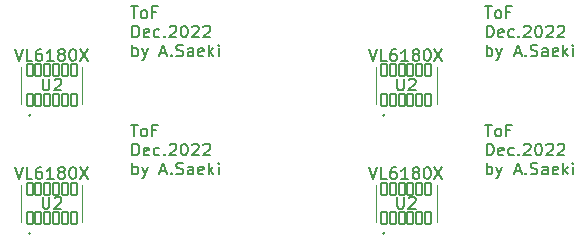
<source format=gto>
%TF.GenerationSoftware,KiCad,Pcbnew,(6.0.1)*%
%TF.CreationDate,2022-12-02T01:02:59+09:00*%
%TF.ProjectId,VL6180ToF,564c3631-3830-4546-9f46-2e6b69636164,rev?*%
%TF.SameCoordinates,Original*%
%TF.FileFunction,Legend,Top*%
%TF.FilePolarity,Positive*%
%FSLAX46Y46*%
G04 Gerber Fmt 4.6, Leading zero omitted, Abs format (unit mm)*
G04 Created by KiCad (PCBNEW (6.0.1)) date 2022-12-02 01:02:59*
%MOMM*%
%LPD*%
G01*
G04 APERTURE LIST*
G04 Aperture macros list*
%AMRoundRect*
0 Rectangle with rounded corners*
0 $1 Rounding radius*
0 $2 $3 $4 $5 $6 $7 $8 $9 X,Y pos of 4 corners*
0 Add a 4 corners polygon primitive as box body*
4,1,4,$2,$3,$4,$5,$6,$7,$8,$9,$2,$3,0*
0 Add four circle primitives for the rounded corners*
1,1,$1+$1,$2,$3*
1,1,$1+$1,$4,$5*
1,1,$1+$1,$6,$7*
1,1,$1+$1,$8,$9*
0 Add four rect primitives between the rounded corners*
20,1,$1+$1,$2,$3,$4,$5,0*
20,1,$1+$1,$4,$5,$6,$7,0*
20,1,$1+$1,$6,$7,$8,$9,0*
20,1,$1+$1,$8,$9,$2,$3,0*%
G04 Aperture macros list end*
%ADD10C,0.150000*%
%ADD11C,0.120000*%
%ADD12RoundRect,0.050000X0.254400X-0.505599X0.254400X0.505599X-0.254400X0.505599X-0.254400X-0.505599X0*%
G04 APERTURE END LIST*
D10*
X166692738Y-110842380D02*
X167264166Y-110842380D01*
X166978452Y-111842380D02*
X166978452Y-110842380D01*
X167740357Y-111842380D02*
X167645119Y-111794761D01*
X167597500Y-111747142D01*
X167549880Y-111651904D01*
X167549880Y-111366190D01*
X167597500Y-111270952D01*
X167645119Y-111223333D01*
X167740357Y-111175714D01*
X167883214Y-111175714D01*
X167978452Y-111223333D01*
X168026071Y-111270952D01*
X168073690Y-111366190D01*
X168073690Y-111651904D01*
X168026071Y-111747142D01*
X167978452Y-111794761D01*
X167883214Y-111842380D01*
X167740357Y-111842380D01*
X168835595Y-111318571D02*
X168502261Y-111318571D01*
X168502261Y-111842380D02*
X168502261Y-110842380D01*
X168978452Y-110842380D01*
X166835595Y-113452380D02*
X166835595Y-112452380D01*
X167073690Y-112452380D01*
X167216547Y-112500000D01*
X167311785Y-112595238D01*
X167359404Y-112690476D01*
X167407023Y-112880952D01*
X167407023Y-113023809D01*
X167359404Y-113214285D01*
X167311785Y-113309523D01*
X167216547Y-113404761D01*
X167073690Y-113452380D01*
X166835595Y-113452380D01*
X168216547Y-113404761D02*
X168121309Y-113452380D01*
X167930833Y-113452380D01*
X167835595Y-113404761D01*
X167787976Y-113309523D01*
X167787976Y-112928571D01*
X167835595Y-112833333D01*
X167930833Y-112785714D01*
X168121309Y-112785714D01*
X168216547Y-112833333D01*
X168264166Y-112928571D01*
X168264166Y-113023809D01*
X167787976Y-113119047D01*
X169121309Y-113404761D02*
X169026071Y-113452380D01*
X168835595Y-113452380D01*
X168740357Y-113404761D01*
X168692738Y-113357142D01*
X168645119Y-113261904D01*
X168645119Y-112976190D01*
X168692738Y-112880952D01*
X168740357Y-112833333D01*
X168835595Y-112785714D01*
X169026071Y-112785714D01*
X169121309Y-112833333D01*
X169549880Y-113357142D02*
X169597500Y-113404761D01*
X169549880Y-113452380D01*
X169502261Y-113404761D01*
X169549880Y-113357142D01*
X169549880Y-113452380D01*
X169978452Y-112547619D02*
X170026071Y-112500000D01*
X170121309Y-112452380D01*
X170359404Y-112452380D01*
X170454642Y-112500000D01*
X170502261Y-112547619D01*
X170549880Y-112642857D01*
X170549880Y-112738095D01*
X170502261Y-112880952D01*
X169930833Y-113452380D01*
X170549880Y-113452380D01*
X171168928Y-112452380D02*
X171264166Y-112452380D01*
X171359404Y-112500000D01*
X171407023Y-112547619D01*
X171454642Y-112642857D01*
X171502261Y-112833333D01*
X171502261Y-113071428D01*
X171454642Y-113261904D01*
X171407023Y-113357142D01*
X171359404Y-113404761D01*
X171264166Y-113452380D01*
X171168928Y-113452380D01*
X171073690Y-113404761D01*
X171026071Y-113357142D01*
X170978452Y-113261904D01*
X170930833Y-113071428D01*
X170930833Y-112833333D01*
X170978452Y-112642857D01*
X171026071Y-112547619D01*
X171073690Y-112500000D01*
X171168928Y-112452380D01*
X171883214Y-112547619D02*
X171930833Y-112500000D01*
X172026071Y-112452380D01*
X172264166Y-112452380D01*
X172359404Y-112500000D01*
X172407023Y-112547619D01*
X172454642Y-112642857D01*
X172454642Y-112738095D01*
X172407023Y-112880952D01*
X171835595Y-113452380D01*
X172454642Y-113452380D01*
X172835595Y-112547619D02*
X172883214Y-112500000D01*
X172978452Y-112452380D01*
X173216547Y-112452380D01*
X173311785Y-112500000D01*
X173359404Y-112547619D01*
X173407023Y-112642857D01*
X173407023Y-112738095D01*
X173359404Y-112880952D01*
X172787976Y-113452380D01*
X173407023Y-113452380D01*
X166835595Y-115062380D02*
X166835595Y-114062380D01*
X166835595Y-114443333D02*
X166930833Y-114395714D01*
X167121309Y-114395714D01*
X167216547Y-114443333D01*
X167264166Y-114490952D01*
X167311785Y-114586190D01*
X167311785Y-114871904D01*
X167264166Y-114967142D01*
X167216547Y-115014761D01*
X167121309Y-115062380D01*
X166930833Y-115062380D01*
X166835595Y-115014761D01*
X167645119Y-114395714D02*
X167883214Y-115062380D01*
X168121309Y-114395714D02*
X167883214Y-115062380D01*
X167787976Y-115300476D01*
X167740357Y-115348095D01*
X167645119Y-115395714D01*
X169216547Y-114776666D02*
X169692738Y-114776666D01*
X169121309Y-115062380D02*
X169454642Y-114062380D01*
X169787976Y-115062380D01*
X170121309Y-114967142D02*
X170168928Y-115014761D01*
X170121309Y-115062380D01*
X170073690Y-115014761D01*
X170121309Y-114967142D01*
X170121309Y-115062380D01*
X170549880Y-115014761D02*
X170692738Y-115062380D01*
X170930833Y-115062380D01*
X171026071Y-115014761D01*
X171073690Y-114967142D01*
X171121309Y-114871904D01*
X171121309Y-114776666D01*
X171073690Y-114681428D01*
X171026071Y-114633809D01*
X170930833Y-114586190D01*
X170740357Y-114538571D01*
X170645119Y-114490952D01*
X170597500Y-114443333D01*
X170549880Y-114348095D01*
X170549880Y-114252857D01*
X170597500Y-114157619D01*
X170645119Y-114110000D01*
X170740357Y-114062380D01*
X170978452Y-114062380D01*
X171121309Y-114110000D01*
X171978452Y-115062380D02*
X171978452Y-114538571D01*
X171930833Y-114443333D01*
X171835595Y-114395714D01*
X171645119Y-114395714D01*
X171549880Y-114443333D01*
X171978452Y-115014761D02*
X171883214Y-115062380D01*
X171645119Y-115062380D01*
X171549880Y-115014761D01*
X171502261Y-114919523D01*
X171502261Y-114824285D01*
X171549880Y-114729047D01*
X171645119Y-114681428D01*
X171883214Y-114681428D01*
X171978452Y-114633809D01*
X172835595Y-115014761D02*
X172740357Y-115062380D01*
X172549880Y-115062380D01*
X172454642Y-115014761D01*
X172407023Y-114919523D01*
X172407023Y-114538571D01*
X172454642Y-114443333D01*
X172549880Y-114395714D01*
X172740357Y-114395714D01*
X172835595Y-114443333D01*
X172883214Y-114538571D01*
X172883214Y-114633809D01*
X172407023Y-114729047D01*
X173311785Y-115062380D02*
X173311785Y-114062380D01*
X173407023Y-114681428D02*
X173692738Y-115062380D01*
X173692738Y-114395714D02*
X173311785Y-114776666D01*
X174121309Y-115062380D02*
X174121309Y-114395714D01*
X174121309Y-114062380D02*
X174073690Y-114110000D01*
X174121309Y-114157619D01*
X174168928Y-114110000D01*
X174121309Y-114062380D01*
X174121309Y-114157619D01*
X166692738Y-100842380D02*
X167264166Y-100842380D01*
X166978452Y-101842380D02*
X166978452Y-100842380D01*
X167740357Y-101842380D02*
X167645119Y-101794761D01*
X167597500Y-101747142D01*
X167549880Y-101651904D01*
X167549880Y-101366190D01*
X167597500Y-101270952D01*
X167645119Y-101223333D01*
X167740357Y-101175714D01*
X167883214Y-101175714D01*
X167978452Y-101223333D01*
X168026071Y-101270952D01*
X168073690Y-101366190D01*
X168073690Y-101651904D01*
X168026071Y-101747142D01*
X167978452Y-101794761D01*
X167883214Y-101842380D01*
X167740357Y-101842380D01*
X168835595Y-101318571D02*
X168502261Y-101318571D01*
X168502261Y-101842380D02*
X168502261Y-100842380D01*
X168978452Y-100842380D01*
X166835595Y-103452380D02*
X166835595Y-102452380D01*
X167073690Y-102452380D01*
X167216547Y-102500000D01*
X167311785Y-102595238D01*
X167359404Y-102690476D01*
X167407023Y-102880952D01*
X167407023Y-103023809D01*
X167359404Y-103214285D01*
X167311785Y-103309523D01*
X167216547Y-103404761D01*
X167073690Y-103452380D01*
X166835595Y-103452380D01*
X168216547Y-103404761D02*
X168121309Y-103452380D01*
X167930833Y-103452380D01*
X167835595Y-103404761D01*
X167787976Y-103309523D01*
X167787976Y-102928571D01*
X167835595Y-102833333D01*
X167930833Y-102785714D01*
X168121309Y-102785714D01*
X168216547Y-102833333D01*
X168264166Y-102928571D01*
X168264166Y-103023809D01*
X167787976Y-103119047D01*
X169121309Y-103404761D02*
X169026071Y-103452380D01*
X168835595Y-103452380D01*
X168740357Y-103404761D01*
X168692738Y-103357142D01*
X168645119Y-103261904D01*
X168645119Y-102976190D01*
X168692738Y-102880952D01*
X168740357Y-102833333D01*
X168835595Y-102785714D01*
X169026071Y-102785714D01*
X169121309Y-102833333D01*
X169549880Y-103357142D02*
X169597500Y-103404761D01*
X169549880Y-103452380D01*
X169502261Y-103404761D01*
X169549880Y-103357142D01*
X169549880Y-103452380D01*
X169978452Y-102547619D02*
X170026071Y-102500000D01*
X170121309Y-102452380D01*
X170359404Y-102452380D01*
X170454642Y-102500000D01*
X170502261Y-102547619D01*
X170549880Y-102642857D01*
X170549880Y-102738095D01*
X170502261Y-102880952D01*
X169930833Y-103452380D01*
X170549880Y-103452380D01*
X171168928Y-102452380D02*
X171264166Y-102452380D01*
X171359404Y-102500000D01*
X171407023Y-102547619D01*
X171454642Y-102642857D01*
X171502261Y-102833333D01*
X171502261Y-103071428D01*
X171454642Y-103261904D01*
X171407023Y-103357142D01*
X171359404Y-103404761D01*
X171264166Y-103452380D01*
X171168928Y-103452380D01*
X171073690Y-103404761D01*
X171026071Y-103357142D01*
X170978452Y-103261904D01*
X170930833Y-103071428D01*
X170930833Y-102833333D01*
X170978452Y-102642857D01*
X171026071Y-102547619D01*
X171073690Y-102500000D01*
X171168928Y-102452380D01*
X171883214Y-102547619D02*
X171930833Y-102500000D01*
X172026071Y-102452380D01*
X172264166Y-102452380D01*
X172359404Y-102500000D01*
X172407023Y-102547619D01*
X172454642Y-102642857D01*
X172454642Y-102738095D01*
X172407023Y-102880952D01*
X171835595Y-103452380D01*
X172454642Y-103452380D01*
X172835595Y-102547619D02*
X172883214Y-102500000D01*
X172978452Y-102452380D01*
X173216547Y-102452380D01*
X173311785Y-102500000D01*
X173359404Y-102547619D01*
X173407023Y-102642857D01*
X173407023Y-102738095D01*
X173359404Y-102880952D01*
X172787976Y-103452380D01*
X173407023Y-103452380D01*
X166835595Y-105062380D02*
X166835595Y-104062380D01*
X166835595Y-104443333D02*
X166930833Y-104395714D01*
X167121309Y-104395714D01*
X167216547Y-104443333D01*
X167264166Y-104490952D01*
X167311785Y-104586190D01*
X167311785Y-104871904D01*
X167264166Y-104967142D01*
X167216547Y-105014761D01*
X167121309Y-105062380D01*
X166930833Y-105062380D01*
X166835595Y-105014761D01*
X167645119Y-104395714D02*
X167883214Y-105062380D01*
X168121309Y-104395714D02*
X167883214Y-105062380D01*
X167787976Y-105300476D01*
X167740357Y-105348095D01*
X167645119Y-105395714D01*
X169216547Y-104776666D02*
X169692738Y-104776666D01*
X169121309Y-105062380D02*
X169454642Y-104062380D01*
X169787976Y-105062380D01*
X170121309Y-104967142D02*
X170168928Y-105014761D01*
X170121309Y-105062380D01*
X170073690Y-105014761D01*
X170121309Y-104967142D01*
X170121309Y-105062380D01*
X170549880Y-105014761D02*
X170692738Y-105062380D01*
X170930833Y-105062380D01*
X171026071Y-105014761D01*
X171073690Y-104967142D01*
X171121309Y-104871904D01*
X171121309Y-104776666D01*
X171073690Y-104681428D01*
X171026071Y-104633809D01*
X170930833Y-104586190D01*
X170740357Y-104538571D01*
X170645119Y-104490952D01*
X170597500Y-104443333D01*
X170549880Y-104348095D01*
X170549880Y-104252857D01*
X170597500Y-104157619D01*
X170645119Y-104110000D01*
X170740357Y-104062380D01*
X170978452Y-104062380D01*
X171121309Y-104110000D01*
X171978452Y-105062380D02*
X171978452Y-104538571D01*
X171930833Y-104443333D01*
X171835595Y-104395714D01*
X171645119Y-104395714D01*
X171549880Y-104443333D01*
X171978452Y-105014761D02*
X171883214Y-105062380D01*
X171645119Y-105062380D01*
X171549880Y-105014761D01*
X171502261Y-104919523D01*
X171502261Y-104824285D01*
X171549880Y-104729047D01*
X171645119Y-104681428D01*
X171883214Y-104681428D01*
X171978452Y-104633809D01*
X172835595Y-105014761D02*
X172740357Y-105062380D01*
X172549880Y-105062380D01*
X172454642Y-105014761D01*
X172407023Y-104919523D01*
X172407023Y-104538571D01*
X172454642Y-104443333D01*
X172549880Y-104395714D01*
X172740357Y-104395714D01*
X172835595Y-104443333D01*
X172883214Y-104538571D01*
X172883214Y-104633809D01*
X172407023Y-104729047D01*
X173311785Y-105062380D02*
X173311785Y-104062380D01*
X173407023Y-104681428D02*
X173692738Y-105062380D01*
X173692738Y-104395714D02*
X173311785Y-104776666D01*
X174121309Y-105062380D02*
X174121309Y-104395714D01*
X174121309Y-104062380D02*
X174073690Y-104110000D01*
X174121309Y-104157619D01*
X174168928Y-104110000D01*
X174121309Y-104062380D01*
X174121309Y-104157619D01*
X136692738Y-110842380D02*
X137264166Y-110842380D01*
X136978452Y-111842380D02*
X136978452Y-110842380D01*
X137740357Y-111842380D02*
X137645119Y-111794761D01*
X137597500Y-111747142D01*
X137549880Y-111651904D01*
X137549880Y-111366190D01*
X137597500Y-111270952D01*
X137645119Y-111223333D01*
X137740357Y-111175714D01*
X137883214Y-111175714D01*
X137978452Y-111223333D01*
X138026071Y-111270952D01*
X138073690Y-111366190D01*
X138073690Y-111651904D01*
X138026071Y-111747142D01*
X137978452Y-111794761D01*
X137883214Y-111842380D01*
X137740357Y-111842380D01*
X138835595Y-111318571D02*
X138502261Y-111318571D01*
X138502261Y-111842380D02*
X138502261Y-110842380D01*
X138978452Y-110842380D01*
X136835595Y-113452380D02*
X136835595Y-112452380D01*
X137073690Y-112452380D01*
X137216547Y-112500000D01*
X137311785Y-112595238D01*
X137359404Y-112690476D01*
X137407023Y-112880952D01*
X137407023Y-113023809D01*
X137359404Y-113214285D01*
X137311785Y-113309523D01*
X137216547Y-113404761D01*
X137073690Y-113452380D01*
X136835595Y-113452380D01*
X138216547Y-113404761D02*
X138121309Y-113452380D01*
X137930833Y-113452380D01*
X137835595Y-113404761D01*
X137787976Y-113309523D01*
X137787976Y-112928571D01*
X137835595Y-112833333D01*
X137930833Y-112785714D01*
X138121309Y-112785714D01*
X138216547Y-112833333D01*
X138264166Y-112928571D01*
X138264166Y-113023809D01*
X137787976Y-113119047D01*
X139121309Y-113404761D02*
X139026071Y-113452380D01*
X138835595Y-113452380D01*
X138740357Y-113404761D01*
X138692738Y-113357142D01*
X138645119Y-113261904D01*
X138645119Y-112976190D01*
X138692738Y-112880952D01*
X138740357Y-112833333D01*
X138835595Y-112785714D01*
X139026071Y-112785714D01*
X139121309Y-112833333D01*
X139549880Y-113357142D02*
X139597500Y-113404761D01*
X139549880Y-113452380D01*
X139502261Y-113404761D01*
X139549880Y-113357142D01*
X139549880Y-113452380D01*
X139978452Y-112547619D02*
X140026071Y-112500000D01*
X140121309Y-112452380D01*
X140359404Y-112452380D01*
X140454642Y-112500000D01*
X140502261Y-112547619D01*
X140549880Y-112642857D01*
X140549880Y-112738095D01*
X140502261Y-112880952D01*
X139930833Y-113452380D01*
X140549880Y-113452380D01*
X141168928Y-112452380D02*
X141264166Y-112452380D01*
X141359404Y-112500000D01*
X141407023Y-112547619D01*
X141454642Y-112642857D01*
X141502261Y-112833333D01*
X141502261Y-113071428D01*
X141454642Y-113261904D01*
X141407023Y-113357142D01*
X141359404Y-113404761D01*
X141264166Y-113452380D01*
X141168928Y-113452380D01*
X141073690Y-113404761D01*
X141026071Y-113357142D01*
X140978452Y-113261904D01*
X140930833Y-113071428D01*
X140930833Y-112833333D01*
X140978452Y-112642857D01*
X141026071Y-112547619D01*
X141073690Y-112500000D01*
X141168928Y-112452380D01*
X141883214Y-112547619D02*
X141930833Y-112500000D01*
X142026071Y-112452380D01*
X142264166Y-112452380D01*
X142359404Y-112500000D01*
X142407023Y-112547619D01*
X142454642Y-112642857D01*
X142454642Y-112738095D01*
X142407023Y-112880952D01*
X141835595Y-113452380D01*
X142454642Y-113452380D01*
X142835595Y-112547619D02*
X142883214Y-112500000D01*
X142978452Y-112452380D01*
X143216547Y-112452380D01*
X143311785Y-112500000D01*
X143359404Y-112547619D01*
X143407023Y-112642857D01*
X143407023Y-112738095D01*
X143359404Y-112880952D01*
X142787976Y-113452380D01*
X143407023Y-113452380D01*
X136835595Y-115062380D02*
X136835595Y-114062380D01*
X136835595Y-114443333D02*
X136930833Y-114395714D01*
X137121309Y-114395714D01*
X137216547Y-114443333D01*
X137264166Y-114490952D01*
X137311785Y-114586190D01*
X137311785Y-114871904D01*
X137264166Y-114967142D01*
X137216547Y-115014761D01*
X137121309Y-115062380D01*
X136930833Y-115062380D01*
X136835595Y-115014761D01*
X137645119Y-114395714D02*
X137883214Y-115062380D01*
X138121309Y-114395714D02*
X137883214Y-115062380D01*
X137787976Y-115300476D01*
X137740357Y-115348095D01*
X137645119Y-115395714D01*
X139216547Y-114776666D02*
X139692738Y-114776666D01*
X139121309Y-115062380D02*
X139454642Y-114062380D01*
X139787976Y-115062380D01*
X140121309Y-114967142D02*
X140168928Y-115014761D01*
X140121309Y-115062380D01*
X140073690Y-115014761D01*
X140121309Y-114967142D01*
X140121309Y-115062380D01*
X140549880Y-115014761D02*
X140692738Y-115062380D01*
X140930833Y-115062380D01*
X141026071Y-115014761D01*
X141073690Y-114967142D01*
X141121309Y-114871904D01*
X141121309Y-114776666D01*
X141073690Y-114681428D01*
X141026071Y-114633809D01*
X140930833Y-114586190D01*
X140740357Y-114538571D01*
X140645119Y-114490952D01*
X140597500Y-114443333D01*
X140549880Y-114348095D01*
X140549880Y-114252857D01*
X140597500Y-114157619D01*
X140645119Y-114110000D01*
X140740357Y-114062380D01*
X140978452Y-114062380D01*
X141121309Y-114110000D01*
X141978452Y-115062380D02*
X141978452Y-114538571D01*
X141930833Y-114443333D01*
X141835595Y-114395714D01*
X141645119Y-114395714D01*
X141549880Y-114443333D01*
X141978452Y-115014761D02*
X141883214Y-115062380D01*
X141645119Y-115062380D01*
X141549880Y-115014761D01*
X141502261Y-114919523D01*
X141502261Y-114824285D01*
X141549880Y-114729047D01*
X141645119Y-114681428D01*
X141883214Y-114681428D01*
X141978452Y-114633809D01*
X142835595Y-115014761D02*
X142740357Y-115062380D01*
X142549880Y-115062380D01*
X142454642Y-115014761D01*
X142407023Y-114919523D01*
X142407023Y-114538571D01*
X142454642Y-114443333D01*
X142549880Y-114395714D01*
X142740357Y-114395714D01*
X142835595Y-114443333D01*
X142883214Y-114538571D01*
X142883214Y-114633809D01*
X142407023Y-114729047D01*
X143311785Y-115062380D02*
X143311785Y-114062380D01*
X143407023Y-114681428D02*
X143692738Y-115062380D01*
X143692738Y-114395714D02*
X143311785Y-114776666D01*
X144121309Y-115062380D02*
X144121309Y-114395714D01*
X144121309Y-114062380D02*
X144073690Y-114110000D01*
X144121309Y-114157619D01*
X144168928Y-114110000D01*
X144121309Y-114062380D01*
X144121309Y-114157619D01*
X136692738Y-100842380D02*
X137264166Y-100842380D01*
X136978452Y-101842380D02*
X136978452Y-100842380D01*
X137740357Y-101842380D02*
X137645119Y-101794761D01*
X137597500Y-101747142D01*
X137549880Y-101651904D01*
X137549880Y-101366190D01*
X137597500Y-101270952D01*
X137645119Y-101223333D01*
X137740357Y-101175714D01*
X137883214Y-101175714D01*
X137978452Y-101223333D01*
X138026071Y-101270952D01*
X138073690Y-101366190D01*
X138073690Y-101651904D01*
X138026071Y-101747142D01*
X137978452Y-101794761D01*
X137883214Y-101842380D01*
X137740357Y-101842380D01*
X138835595Y-101318571D02*
X138502261Y-101318571D01*
X138502261Y-101842380D02*
X138502261Y-100842380D01*
X138978452Y-100842380D01*
X136835595Y-103452380D02*
X136835595Y-102452380D01*
X137073690Y-102452380D01*
X137216547Y-102500000D01*
X137311785Y-102595238D01*
X137359404Y-102690476D01*
X137407023Y-102880952D01*
X137407023Y-103023809D01*
X137359404Y-103214285D01*
X137311785Y-103309523D01*
X137216547Y-103404761D01*
X137073690Y-103452380D01*
X136835595Y-103452380D01*
X138216547Y-103404761D02*
X138121309Y-103452380D01*
X137930833Y-103452380D01*
X137835595Y-103404761D01*
X137787976Y-103309523D01*
X137787976Y-102928571D01*
X137835595Y-102833333D01*
X137930833Y-102785714D01*
X138121309Y-102785714D01*
X138216547Y-102833333D01*
X138264166Y-102928571D01*
X138264166Y-103023809D01*
X137787976Y-103119047D01*
X139121309Y-103404761D02*
X139026071Y-103452380D01*
X138835595Y-103452380D01*
X138740357Y-103404761D01*
X138692738Y-103357142D01*
X138645119Y-103261904D01*
X138645119Y-102976190D01*
X138692738Y-102880952D01*
X138740357Y-102833333D01*
X138835595Y-102785714D01*
X139026071Y-102785714D01*
X139121309Y-102833333D01*
X139549880Y-103357142D02*
X139597500Y-103404761D01*
X139549880Y-103452380D01*
X139502261Y-103404761D01*
X139549880Y-103357142D01*
X139549880Y-103452380D01*
X139978452Y-102547619D02*
X140026071Y-102500000D01*
X140121309Y-102452380D01*
X140359404Y-102452380D01*
X140454642Y-102500000D01*
X140502261Y-102547619D01*
X140549880Y-102642857D01*
X140549880Y-102738095D01*
X140502261Y-102880952D01*
X139930833Y-103452380D01*
X140549880Y-103452380D01*
X141168928Y-102452380D02*
X141264166Y-102452380D01*
X141359404Y-102500000D01*
X141407023Y-102547619D01*
X141454642Y-102642857D01*
X141502261Y-102833333D01*
X141502261Y-103071428D01*
X141454642Y-103261904D01*
X141407023Y-103357142D01*
X141359404Y-103404761D01*
X141264166Y-103452380D01*
X141168928Y-103452380D01*
X141073690Y-103404761D01*
X141026071Y-103357142D01*
X140978452Y-103261904D01*
X140930833Y-103071428D01*
X140930833Y-102833333D01*
X140978452Y-102642857D01*
X141026071Y-102547619D01*
X141073690Y-102500000D01*
X141168928Y-102452380D01*
X141883214Y-102547619D02*
X141930833Y-102500000D01*
X142026071Y-102452380D01*
X142264166Y-102452380D01*
X142359404Y-102500000D01*
X142407023Y-102547619D01*
X142454642Y-102642857D01*
X142454642Y-102738095D01*
X142407023Y-102880952D01*
X141835595Y-103452380D01*
X142454642Y-103452380D01*
X142835595Y-102547619D02*
X142883214Y-102500000D01*
X142978452Y-102452380D01*
X143216547Y-102452380D01*
X143311785Y-102500000D01*
X143359404Y-102547619D01*
X143407023Y-102642857D01*
X143407023Y-102738095D01*
X143359404Y-102880952D01*
X142787976Y-103452380D01*
X143407023Y-103452380D01*
X136835595Y-105062380D02*
X136835595Y-104062380D01*
X136835595Y-104443333D02*
X136930833Y-104395714D01*
X137121309Y-104395714D01*
X137216547Y-104443333D01*
X137264166Y-104490952D01*
X137311785Y-104586190D01*
X137311785Y-104871904D01*
X137264166Y-104967142D01*
X137216547Y-105014761D01*
X137121309Y-105062380D01*
X136930833Y-105062380D01*
X136835595Y-105014761D01*
X137645119Y-104395714D02*
X137883214Y-105062380D01*
X138121309Y-104395714D02*
X137883214Y-105062380D01*
X137787976Y-105300476D01*
X137740357Y-105348095D01*
X137645119Y-105395714D01*
X139216547Y-104776666D02*
X139692738Y-104776666D01*
X139121309Y-105062380D02*
X139454642Y-104062380D01*
X139787976Y-105062380D01*
X140121309Y-104967142D02*
X140168928Y-105014761D01*
X140121309Y-105062380D01*
X140073690Y-105014761D01*
X140121309Y-104967142D01*
X140121309Y-105062380D01*
X140549880Y-105014761D02*
X140692738Y-105062380D01*
X140930833Y-105062380D01*
X141026071Y-105014761D01*
X141073690Y-104967142D01*
X141121309Y-104871904D01*
X141121309Y-104776666D01*
X141073690Y-104681428D01*
X141026071Y-104633809D01*
X140930833Y-104586190D01*
X140740357Y-104538571D01*
X140645119Y-104490952D01*
X140597500Y-104443333D01*
X140549880Y-104348095D01*
X140549880Y-104252857D01*
X140597500Y-104157619D01*
X140645119Y-104110000D01*
X140740357Y-104062380D01*
X140978452Y-104062380D01*
X141121309Y-104110000D01*
X141978452Y-105062380D02*
X141978452Y-104538571D01*
X141930833Y-104443333D01*
X141835595Y-104395714D01*
X141645119Y-104395714D01*
X141549880Y-104443333D01*
X141978452Y-105014761D02*
X141883214Y-105062380D01*
X141645119Y-105062380D01*
X141549880Y-105014761D01*
X141502261Y-104919523D01*
X141502261Y-104824285D01*
X141549880Y-104729047D01*
X141645119Y-104681428D01*
X141883214Y-104681428D01*
X141978452Y-104633809D01*
X142835595Y-105014761D02*
X142740357Y-105062380D01*
X142549880Y-105062380D01*
X142454642Y-105014761D01*
X142407023Y-104919523D01*
X142407023Y-104538571D01*
X142454642Y-104443333D01*
X142549880Y-104395714D01*
X142740357Y-104395714D01*
X142835595Y-104443333D01*
X142883214Y-104538571D01*
X142883214Y-104633809D01*
X142407023Y-104729047D01*
X143311785Y-105062380D02*
X143311785Y-104062380D01*
X143407023Y-104681428D02*
X143692738Y-105062380D01*
X143692738Y-104395714D02*
X143311785Y-104776666D01*
X144121309Y-105062380D02*
X144121309Y-104395714D01*
X144121309Y-104062380D02*
X144073690Y-104110000D01*
X144121309Y-104157619D01*
X144168928Y-104110000D01*
X144121309Y-104062380D01*
X144121309Y-104157619D01*
%TO.C,U2*%
X129238095Y-106952380D02*
X129238095Y-107761904D01*
X129285714Y-107857142D01*
X129333333Y-107904761D01*
X129428571Y-107952380D01*
X129619047Y-107952380D01*
X129714285Y-107904761D01*
X129761904Y-107857142D01*
X129809523Y-107761904D01*
X129809523Y-106952380D01*
X130238095Y-107047619D02*
X130285714Y-107000000D01*
X130380952Y-106952380D01*
X130619047Y-106952380D01*
X130714285Y-107000000D01*
X130761904Y-107047619D01*
X130809523Y-107142857D01*
X130809523Y-107238095D01*
X130761904Y-107380952D01*
X130190476Y-107952380D01*
X130809523Y-107952380D01*
X126880952Y-104452380D02*
X127214285Y-105452380D01*
X127547619Y-104452380D01*
X128357142Y-105452380D02*
X127880952Y-105452380D01*
X127880952Y-104452380D01*
X129119047Y-104452380D02*
X128928571Y-104452380D01*
X128833333Y-104500000D01*
X128785714Y-104547619D01*
X128690476Y-104690476D01*
X128642857Y-104880952D01*
X128642857Y-105261904D01*
X128690476Y-105357142D01*
X128738095Y-105404761D01*
X128833333Y-105452380D01*
X129023809Y-105452380D01*
X129119047Y-105404761D01*
X129166666Y-105357142D01*
X129214285Y-105261904D01*
X129214285Y-105023809D01*
X129166666Y-104928571D01*
X129119047Y-104880952D01*
X129023809Y-104833333D01*
X128833333Y-104833333D01*
X128738095Y-104880952D01*
X128690476Y-104928571D01*
X128642857Y-105023809D01*
X130166666Y-105452380D02*
X129595238Y-105452380D01*
X129880952Y-105452380D02*
X129880952Y-104452380D01*
X129785714Y-104595238D01*
X129690476Y-104690476D01*
X129595238Y-104738095D01*
X130738095Y-104880952D02*
X130642857Y-104833333D01*
X130595238Y-104785714D01*
X130547619Y-104690476D01*
X130547619Y-104642857D01*
X130595238Y-104547619D01*
X130642857Y-104500000D01*
X130738095Y-104452380D01*
X130928571Y-104452380D01*
X131023809Y-104500000D01*
X131071428Y-104547619D01*
X131119047Y-104642857D01*
X131119047Y-104690476D01*
X131071428Y-104785714D01*
X131023809Y-104833333D01*
X130928571Y-104880952D01*
X130738095Y-104880952D01*
X130642857Y-104928571D01*
X130595238Y-104976190D01*
X130547619Y-105071428D01*
X130547619Y-105261904D01*
X130595238Y-105357142D01*
X130642857Y-105404761D01*
X130738095Y-105452380D01*
X130928571Y-105452380D01*
X131023809Y-105404761D01*
X131071428Y-105357142D01*
X131119047Y-105261904D01*
X131119047Y-105071428D01*
X131071428Y-104976190D01*
X131023809Y-104928571D01*
X130928571Y-104880952D01*
X131738095Y-104452380D02*
X131833333Y-104452380D01*
X131928571Y-104500000D01*
X131976190Y-104547619D01*
X132023809Y-104642857D01*
X132071428Y-104833333D01*
X132071428Y-105071428D01*
X132023809Y-105261904D01*
X131976190Y-105357142D01*
X131928571Y-105404761D01*
X131833333Y-105452380D01*
X131738095Y-105452380D01*
X131642857Y-105404761D01*
X131595238Y-105357142D01*
X131547619Y-105261904D01*
X131500000Y-105071428D01*
X131500000Y-104833333D01*
X131547619Y-104642857D01*
X131595238Y-104547619D01*
X131642857Y-104500000D01*
X131738095Y-104452380D01*
X132404761Y-104452380D02*
X133071428Y-105452380D01*
X133071428Y-104452380D02*
X132404761Y-105452380D01*
X129238095Y-116952380D02*
X129238095Y-117761904D01*
X129285714Y-117857142D01*
X129333333Y-117904761D01*
X129428571Y-117952380D01*
X129619047Y-117952380D01*
X129714285Y-117904761D01*
X129761904Y-117857142D01*
X129809523Y-117761904D01*
X129809523Y-116952380D01*
X130238095Y-117047619D02*
X130285714Y-117000000D01*
X130380952Y-116952380D01*
X130619047Y-116952380D01*
X130714285Y-117000000D01*
X130761904Y-117047619D01*
X130809523Y-117142857D01*
X130809523Y-117238095D01*
X130761904Y-117380952D01*
X130190476Y-117952380D01*
X130809523Y-117952380D01*
X126880952Y-114452380D02*
X127214285Y-115452380D01*
X127547619Y-114452380D01*
X128357142Y-115452380D02*
X127880952Y-115452380D01*
X127880952Y-114452380D01*
X129119047Y-114452380D02*
X128928571Y-114452380D01*
X128833333Y-114500000D01*
X128785714Y-114547619D01*
X128690476Y-114690476D01*
X128642857Y-114880952D01*
X128642857Y-115261904D01*
X128690476Y-115357142D01*
X128738095Y-115404761D01*
X128833333Y-115452380D01*
X129023809Y-115452380D01*
X129119047Y-115404761D01*
X129166666Y-115357142D01*
X129214285Y-115261904D01*
X129214285Y-115023809D01*
X129166666Y-114928571D01*
X129119047Y-114880952D01*
X129023809Y-114833333D01*
X128833333Y-114833333D01*
X128738095Y-114880952D01*
X128690476Y-114928571D01*
X128642857Y-115023809D01*
X130166666Y-115452380D02*
X129595238Y-115452380D01*
X129880952Y-115452380D02*
X129880952Y-114452380D01*
X129785714Y-114595238D01*
X129690476Y-114690476D01*
X129595238Y-114738095D01*
X130738095Y-114880952D02*
X130642857Y-114833333D01*
X130595238Y-114785714D01*
X130547619Y-114690476D01*
X130547619Y-114642857D01*
X130595238Y-114547619D01*
X130642857Y-114500000D01*
X130738095Y-114452380D01*
X130928571Y-114452380D01*
X131023809Y-114500000D01*
X131071428Y-114547619D01*
X131119047Y-114642857D01*
X131119047Y-114690476D01*
X131071428Y-114785714D01*
X131023809Y-114833333D01*
X130928571Y-114880952D01*
X130738095Y-114880952D01*
X130642857Y-114928571D01*
X130595238Y-114976190D01*
X130547619Y-115071428D01*
X130547619Y-115261904D01*
X130595238Y-115357142D01*
X130642857Y-115404761D01*
X130738095Y-115452380D01*
X130928571Y-115452380D01*
X131023809Y-115404761D01*
X131071428Y-115357142D01*
X131119047Y-115261904D01*
X131119047Y-115071428D01*
X131071428Y-114976190D01*
X131023809Y-114928571D01*
X130928571Y-114880952D01*
X131738095Y-114452380D02*
X131833333Y-114452380D01*
X131928571Y-114500000D01*
X131976190Y-114547619D01*
X132023809Y-114642857D01*
X132071428Y-114833333D01*
X132071428Y-115071428D01*
X132023809Y-115261904D01*
X131976190Y-115357142D01*
X131928571Y-115404761D01*
X131833333Y-115452380D01*
X131738095Y-115452380D01*
X131642857Y-115404761D01*
X131595238Y-115357142D01*
X131547619Y-115261904D01*
X131500000Y-115071428D01*
X131500000Y-114833333D01*
X131547619Y-114642857D01*
X131595238Y-114547619D01*
X131642857Y-114500000D01*
X131738095Y-114452380D01*
X132404761Y-114452380D02*
X133071428Y-115452380D01*
X133071428Y-114452380D02*
X132404761Y-115452380D01*
X159238095Y-106952380D02*
X159238095Y-107761904D01*
X159285714Y-107857142D01*
X159333333Y-107904761D01*
X159428571Y-107952380D01*
X159619047Y-107952380D01*
X159714285Y-107904761D01*
X159761904Y-107857142D01*
X159809523Y-107761904D01*
X159809523Y-106952380D01*
X160238095Y-107047619D02*
X160285714Y-107000000D01*
X160380952Y-106952380D01*
X160619047Y-106952380D01*
X160714285Y-107000000D01*
X160761904Y-107047619D01*
X160809523Y-107142857D01*
X160809523Y-107238095D01*
X160761904Y-107380952D01*
X160190476Y-107952380D01*
X160809523Y-107952380D01*
X156880952Y-104452380D02*
X157214285Y-105452380D01*
X157547619Y-104452380D01*
X158357142Y-105452380D02*
X157880952Y-105452380D01*
X157880952Y-104452380D01*
X159119047Y-104452380D02*
X158928571Y-104452380D01*
X158833333Y-104500000D01*
X158785714Y-104547619D01*
X158690476Y-104690476D01*
X158642857Y-104880952D01*
X158642857Y-105261904D01*
X158690476Y-105357142D01*
X158738095Y-105404761D01*
X158833333Y-105452380D01*
X159023809Y-105452380D01*
X159119047Y-105404761D01*
X159166666Y-105357142D01*
X159214285Y-105261904D01*
X159214285Y-105023809D01*
X159166666Y-104928571D01*
X159119047Y-104880952D01*
X159023809Y-104833333D01*
X158833333Y-104833333D01*
X158738095Y-104880952D01*
X158690476Y-104928571D01*
X158642857Y-105023809D01*
X160166666Y-105452380D02*
X159595238Y-105452380D01*
X159880952Y-105452380D02*
X159880952Y-104452380D01*
X159785714Y-104595238D01*
X159690476Y-104690476D01*
X159595238Y-104738095D01*
X160738095Y-104880952D02*
X160642857Y-104833333D01*
X160595238Y-104785714D01*
X160547619Y-104690476D01*
X160547619Y-104642857D01*
X160595238Y-104547619D01*
X160642857Y-104500000D01*
X160738095Y-104452380D01*
X160928571Y-104452380D01*
X161023809Y-104500000D01*
X161071428Y-104547619D01*
X161119047Y-104642857D01*
X161119047Y-104690476D01*
X161071428Y-104785714D01*
X161023809Y-104833333D01*
X160928571Y-104880952D01*
X160738095Y-104880952D01*
X160642857Y-104928571D01*
X160595238Y-104976190D01*
X160547619Y-105071428D01*
X160547619Y-105261904D01*
X160595238Y-105357142D01*
X160642857Y-105404761D01*
X160738095Y-105452380D01*
X160928571Y-105452380D01*
X161023809Y-105404761D01*
X161071428Y-105357142D01*
X161119047Y-105261904D01*
X161119047Y-105071428D01*
X161071428Y-104976190D01*
X161023809Y-104928571D01*
X160928571Y-104880952D01*
X161738095Y-104452380D02*
X161833333Y-104452380D01*
X161928571Y-104500000D01*
X161976190Y-104547619D01*
X162023809Y-104642857D01*
X162071428Y-104833333D01*
X162071428Y-105071428D01*
X162023809Y-105261904D01*
X161976190Y-105357142D01*
X161928571Y-105404761D01*
X161833333Y-105452380D01*
X161738095Y-105452380D01*
X161642857Y-105404761D01*
X161595238Y-105357142D01*
X161547619Y-105261904D01*
X161500000Y-105071428D01*
X161500000Y-104833333D01*
X161547619Y-104642857D01*
X161595238Y-104547619D01*
X161642857Y-104500000D01*
X161738095Y-104452380D01*
X162404761Y-104452380D02*
X163071428Y-105452380D01*
X163071428Y-104452380D02*
X162404761Y-105452380D01*
X159238095Y-116952380D02*
X159238095Y-117761904D01*
X159285714Y-117857142D01*
X159333333Y-117904761D01*
X159428571Y-117952380D01*
X159619047Y-117952380D01*
X159714285Y-117904761D01*
X159761904Y-117857142D01*
X159809523Y-117761904D01*
X159809523Y-116952380D01*
X160238095Y-117047619D02*
X160285714Y-117000000D01*
X160380952Y-116952380D01*
X160619047Y-116952380D01*
X160714285Y-117000000D01*
X160761904Y-117047619D01*
X160809523Y-117142857D01*
X160809523Y-117238095D01*
X160761904Y-117380952D01*
X160190476Y-117952380D01*
X160809523Y-117952380D01*
X156880952Y-114452380D02*
X157214285Y-115452380D01*
X157547619Y-114452380D01*
X158357142Y-115452380D02*
X157880952Y-115452380D01*
X157880952Y-114452380D01*
X159119047Y-114452380D02*
X158928571Y-114452380D01*
X158833333Y-114500000D01*
X158785714Y-114547619D01*
X158690476Y-114690476D01*
X158642857Y-114880952D01*
X158642857Y-115261904D01*
X158690476Y-115357142D01*
X158738095Y-115404761D01*
X158833333Y-115452380D01*
X159023809Y-115452380D01*
X159119047Y-115404761D01*
X159166666Y-115357142D01*
X159214285Y-115261904D01*
X159214285Y-115023809D01*
X159166666Y-114928571D01*
X159119047Y-114880952D01*
X159023809Y-114833333D01*
X158833333Y-114833333D01*
X158738095Y-114880952D01*
X158690476Y-114928571D01*
X158642857Y-115023809D01*
X160166666Y-115452380D02*
X159595238Y-115452380D01*
X159880952Y-115452380D02*
X159880952Y-114452380D01*
X159785714Y-114595238D01*
X159690476Y-114690476D01*
X159595238Y-114738095D01*
X160738095Y-114880952D02*
X160642857Y-114833333D01*
X160595238Y-114785714D01*
X160547619Y-114690476D01*
X160547619Y-114642857D01*
X160595238Y-114547619D01*
X160642857Y-114500000D01*
X160738095Y-114452380D01*
X160928571Y-114452380D01*
X161023809Y-114500000D01*
X161071428Y-114547619D01*
X161119047Y-114642857D01*
X161119047Y-114690476D01*
X161071428Y-114785714D01*
X161023809Y-114833333D01*
X160928571Y-114880952D01*
X160738095Y-114880952D01*
X160642857Y-114928571D01*
X160595238Y-114976190D01*
X160547619Y-115071428D01*
X160547619Y-115261904D01*
X160595238Y-115357142D01*
X160642857Y-115404761D01*
X160738095Y-115452380D01*
X160928571Y-115452380D01*
X161023809Y-115404761D01*
X161071428Y-115357142D01*
X161119047Y-115261904D01*
X161119047Y-115071428D01*
X161071428Y-114976190D01*
X161023809Y-114928571D01*
X160928571Y-114880952D01*
X161738095Y-114452380D02*
X161833333Y-114452380D01*
X161928571Y-114500000D01*
X161976190Y-114547619D01*
X162023809Y-114642857D01*
X162071428Y-114833333D01*
X162071428Y-115071428D01*
X162023809Y-115261904D01*
X161976190Y-115357142D01*
X161928571Y-115404761D01*
X161833333Y-115452380D01*
X161738095Y-115452380D01*
X161642857Y-115404761D01*
X161595238Y-115357142D01*
X161547619Y-115261904D01*
X161500000Y-115071428D01*
X161500000Y-114833333D01*
X161547619Y-114642857D01*
X161595238Y-114547619D01*
X161642857Y-114500000D01*
X161738095Y-114452380D01*
X162404761Y-114452380D02*
X163071428Y-115452380D01*
X163071428Y-114452380D02*
X162404761Y-115452380D01*
D11*
X127421900Y-105925200D02*
X127421900Y-109074800D01*
X132578100Y-109074800D02*
X132578100Y-105925200D01*
X128226600Y-110048599D02*
G75*
G03*
X128226600Y-110048599I-101600J0D01*
G01*
X127421900Y-115925200D02*
X127421900Y-119074800D01*
X132578100Y-119074800D02*
X132578100Y-115925200D01*
X128226600Y-120048599D02*
G75*
G03*
X128226600Y-120048599I-101600J0D01*
G01*
X157421900Y-105925200D02*
X157421900Y-109074800D01*
X162578100Y-109074800D02*
X162578100Y-105925200D01*
X158226600Y-110048599D02*
G75*
G03*
X158226600Y-110048599I-101600J0D01*
G01*
X157421900Y-115925200D02*
X157421900Y-119074800D01*
X162578100Y-119074800D02*
X162578100Y-115925200D01*
X158226600Y-120048599D02*
G75*
G03*
X158226600Y-120048599I-101600J0D01*
G01*
%TD*%
%LPC*%
D12*
%TO.C,U2*%
X128125000Y-108742200D03*
X128875001Y-108742200D03*
X129624999Y-108742200D03*
X130375001Y-108742200D03*
X131124999Y-108742200D03*
X131875000Y-108742200D03*
X131875000Y-106257800D03*
X131124999Y-106257800D03*
X130375001Y-106257800D03*
X129624999Y-106257800D03*
X128875001Y-106257800D03*
X128125000Y-106257800D03*
%TD*%
%TO.C,U2*%
X128125000Y-118742200D03*
X128875001Y-118742200D03*
X129624999Y-118742200D03*
X130375001Y-118742200D03*
X131124999Y-118742200D03*
X131875000Y-118742200D03*
X131875000Y-116257800D03*
X131124999Y-116257800D03*
X130375001Y-116257800D03*
X129624999Y-116257800D03*
X128875001Y-116257800D03*
X128125000Y-116257800D03*
%TD*%
%TO.C,U2*%
X158125000Y-108742200D03*
X158875001Y-108742200D03*
X159624999Y-108742200D03*
X160375001Y-108742200D03*
X161124999Y-108742200D03*
X161875000Y-108742200D03*
X161875000Y-106257800D03*
X161124999Y-106257800D03*
X160375001Y-106257800D03*
X159624999Y-106257800D03*
X158875001Y-106257800D03*
X158125000Y-106257800D03*
%TD*%
%TO.C,U2*%
X158125000Y-118742200D03*
X158875001Y-118742200D03*
X159624999Y-118742200D03*
X160375001Y-118742200D03*
X161124999Y-118742200D03*
X161875000Y-118742200D03*
X161875000Y-116257800D03*
X161124999Y-116257800D03*
X160375001Y-116257800D03*
X159624999Y-116257800D03*
X158875001Y-116257800D03*
X158125000Y-116257800D03*
%TD*%
M02*

</source>
